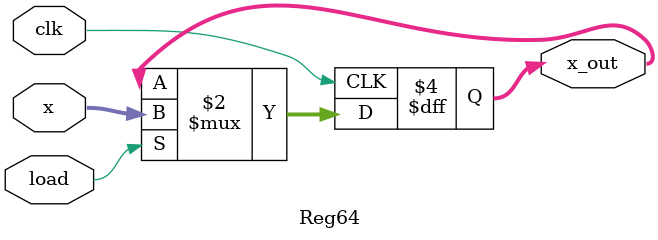
<source format=v>
module Reg64(x,
                clk, load, 
                x_out
);

parameter N = 64; //tamanho do registrador parametrizável

input[N-1:0] x;   //entrada
input clk, load;  
output reg[N-1:0] x_out; //saída


always @(posedge clk) begin

    if (load) begin
        x_out <= x;
    end

end

endmodule
</source>
